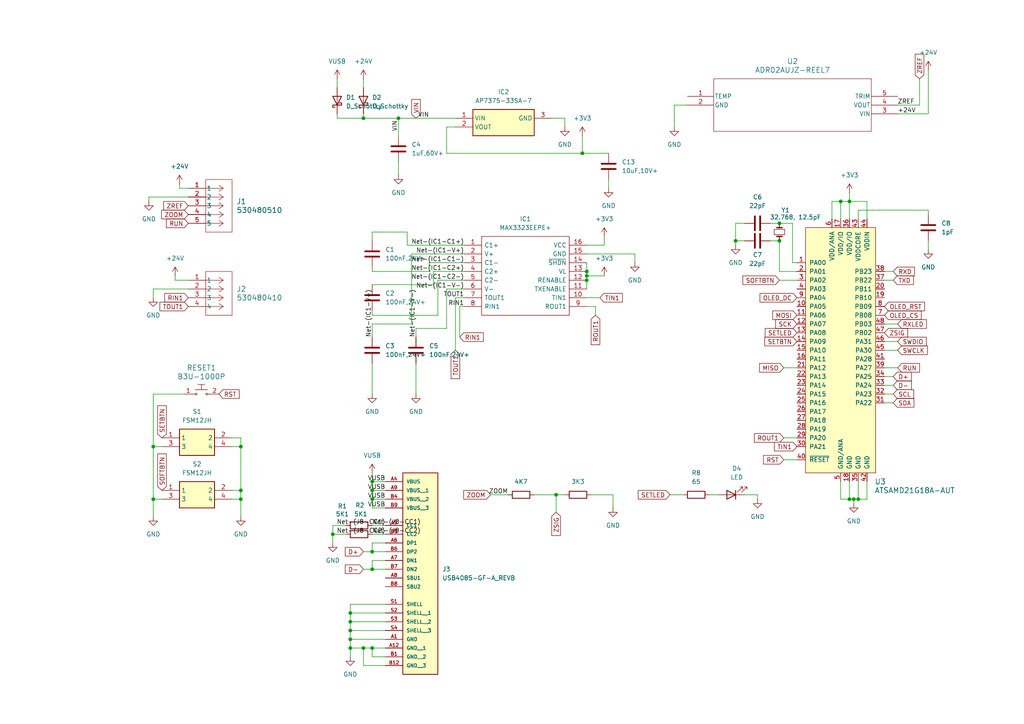
<source format=kicad_sch>
(kicad_sch (version 20231120) (generator "eeschema") (generator_version "8.0")
  (paper "A4")
  (lib_symbols
    (symbol "530480410:530480410" (pin_names (offset 0.254))
      (property "Reference" "J" (at 8.89 6.35 0))
      (property "Value" "530480410" (at 0 0 0))
      (symbol "530480410_1_1"
        (pin unspecified line (at 0 0 0) (length 5.08) (name "1") (number "1"))
        (pin unspecified line (at 0 -2.54 0) (length 5.08) (name "2") (number "2"))
        (pin unspecified line (at 0 -5.08 0) (length 5.08) (name "3") (number "3"))
        (pin unspecified line (at 0 -7.62 0) (length 5.08) (name "4") (number "4"))
      )
      (symbol "530480410_1_2"
        (pin unspecified line (at 0 0 0) (length 5.08) (name "1") (number "1"))
        (pin unspecified line (at 0 -2.54 0) (length 5.08) (name "2") (number "2"))
        (pin unspecified line (at 0 -5.08 0) (length 5.08) (name "3") (number "3"))
        (pin unspecified line (at 0 -7.62 0) (length 5.08) (name "4") (number "4"))
      )
    )
    (symbol "530480510:530480510" (pin_names (offset 0.254))
      (property "Reference" "J" (at 8.89 6.35 0))
      (property "Value" "530480510" (at 0 0 0))
      (symbol "530480510_1_1"
        (pin unspecified line (at 0 0 0) (length 5.08) (name "1") (number "1"))
        (pin unspecified line (at 0 -2.54 0) (length 5.08) (name "2") (number "2"))
        (pin unspecified line (at 0 -5.08 0) (length 5.08) (name "3") (number "3"))
        (pin unspecified line (at 0 -7.62 0) (length 5.08) (name "4") (number "4"))
        (pin unspecified line (at 0 -10.16 0) (length 5.08) (name "5") (number "5"))
      )
      (symbol "530480510_1_2"
        (pin unspecified line (at 0 0 0) (length 5.08) (name "1") (number "1"))
        (pin unspecified line (at 0 -2.54 0) (length 5.08) (name "2") (number "2"))
        (pin unspecified line (at 0 -5.08 0) (length 5.08) (name "3") (number "3"))
        (pin unspecified line (at 0 -7.62 0) (length 5.08) (name "4") (number "4"))
        (pin unspecified line (at 0 -10.16 0) (length 5.08) (name "5") (number "5"))
      )
    )
    (symbol "ADR02AUJZ_REEL7:ADR02AUJZ-REEL7" (pin_names (offset 0.254))
      (property "Reference" "U" (at 30.48 10.16 0))
      (property "Value" "ADR02AUJZ-REEL7" (at 30.48 7.62 0))
      (symbol "ADR02AUJZ-REEL7_0_1"
        (pin unspecified line (at 0 0 0) (length 7.62) (name "TEMP") (number "1"))
        (pin unspecified line (at 0 -2.54 0) (length 7.62) (name "GND") (number "2"))
        (pin unspecified line (at 60.96 -5.08 180) (length 7.62) (name "VIN") (number "3"))
        (pin unspecified line (at 60.96 -2.54 180) (length 7.62) (name "VOUT") (number "4"))
        (pin unspecified line (at 60.96 0 180) (length 7.62) (name "TRIM") (number "5"))
      )
    )
    (symbol "AP7375-33SA-7:AP7375-33SA-7"
      (property "Reference" "IC" (at 24.13 7.62 0))
      (property "Value" "AP7375-33SA-7" (at 24.13 5.08 0))
      (symbol "AP7375-33SA-7_1_1"
        (pin passive line (at 0 0 0) (length 5.08) (name "VIN") (number "1"))
        (pin passive line (at 0 -2.54 0) (length 5.08) (name "VOUT") (number "2"))
        (pin passive line (at 27.94 0 180) (length 5.08) (name "GND") (number "3"))
      )
    )
    (symbol "Device:C" (pin_numbers hide) (pin_names (offset 0.254))
      (property "Reference" "C" (at 0.635 2.54 0))
      (property "Value" "C" (at 0.635 -2.54 0))
      (symbol "C_1_1"
        (pin passive line (at 0 3.81 270) (length 2.794) (name "~") (number "1"))
        (pin passive line (at 0 -3.81 90) (length 2.794) (name "~") (number "2"))
      )
    )
    (symbol "Device:Crystal_Small" (pin_numbers hide) (pin_names (offset 1.016) hide)
      (property "Reference" "Y" (at 0 2.54 0))
      (property "Value" "Crystal_Small" (at 0 -2.54 0))
      (symbol "Crystal_Small_1_1"
        (pin passive line (at -2.54 0 0) (length 1.27) (name "1") (number "1"))
        (pin passive line (at 2.54 0 180) (length 1.27) (name "2") (number "2"))
      )
    )
    (symbol "Device:D_Schottky" (pin_numbers hide) (pin_names (offset 1.016) hide)
      (property "Reference" "D" (at 0 2.54 0))
      (property "Value" "D_Schottky" (at 0 -2.54 0))
      (symbol "D_Schottky_1_1"
        (pin passive line (at -3.81 0 0) (length 2.54) (name "K") (number "1"))
        (pin passive line (at 3.81 0 180) (length 2.54) (name "A") (number "2"))
      )
    )
    (symbol "Device:LED" (pin_numbers hide) (pin_names (offset 1.016) hide)
      (property "Reference" "D" (at 0 2.54 0))
      (property "Value" "LED" (at 0 -2.54 0))
      (symbol "LED_1_1"
        (pin passive line (at -3.81 0 0) (length 2.54) (name "K") (number "1"))
        (pin passive line (at 3.81 0 180) (length 2.54) (name "A") (number "2"))
      )
    )
    (symbol "Device:R" (pin_numbers hide) (pin_names (offset 0))
      (property "Reference" "R" (at 2.032 0 90))
      (property "Value" "R" (at 0 0 90))
      (symbol "R_1_1"
        (pin passive line (at 0 3.81 270) (length 1.27) (name "~") (number "1"))
        (pin passive line (at 0 -3.81 90) (length 1.27) (name "~") (number "2"))
      )
    )
    (symbol "FSM10JH:FSM10JH"
      (property "Reference" "S" (at 16.51 7.62 0))
      (property "Value" "FSM10JH" (at 16.51 5.08 0))
      (symbol "FSM10JH_1_1"
        (pin passive line (at 0 0 0) (length 5.08) (name "1") (number "1"))
        (pin passive line (at 20.32 0 180) (length 5.08) (name "2") (number "2"))
        (pin passive line (at 0 -2.54 0) (length 5.08) (name "3") (number "3"))
        (pin passive line (at 20.32 -2.54 180) (length 5.08) (name "4") (number "4"))
      )
    )
    (symbol "MAX3323EEPE+:MAX3323EEPE+" (pin_names (offset 0.762))
      (property "Reference" "IC" (at 31.75 7.62 0))
      (property "Value" "MAX3323EEPE+" (at 31.75 5.08 0))
      (symbol "MAX3323EEPE+_0_0"
        (pin passive line (at 0 0 0) (length 5.08) (name "C1+") (number "1"))
        (pin passive line (at 35.56 -15.24 180) (length 5.08) (name "TIN1") (number "10"))
        (pin passive line (at 35.56 -12.7 180) (length 5.08) (name "TXENABLE") (number "11"))
        (pin passive line (at 35.56 -10.16 180) (length 5.08) (name "RENABLE") (number "12"))
        (pin passive line (at 35.56 -7.62 180) (length 5.08) (name "VL") (number "13"))
        (pin passive line (at 35.56 -5.08 180) (length 5.08) (name "~{SHDN}") (number "14"))
        (pin passive line (at 35.56 -2.54 180) (length 5.08) (name "GND") (number "15"))
        (pin passive line (at 35.56 0 180) (length 5.08) (name "VCC") (number "16"))
        (pin passive line (at 0 -2.54 0) (length 5.08) (name "V+") (number "2"))
        (pin passive line (at 0 -5.08 0) (length 5.08) (name "C1-") (number "3"))
        (pin passive line (at 0 -7.62 0) (length 5.08) (name "C2+") (number "4"))
        (pin passive line (at 0 -10.16 0) (length 5.08) (name "C2-") (number "5"))
        (pin passive line (at 0 -12.7 0) (length 5.08) (name "V-") (number "6"))
        (pin passive line (at 0 -15.24 0) (length 5.08) (name "TOUT1") (number "7"))
        (pin passive line (at 0 -17.78 0) (length 5.08) (name "RIN1") (number "8"))
        (pin passive line (at 35.56 -17.78 180) (length 5.08) (name "ROUT1") (number "9"))
      )
    )
    (symbol "USB4085-GF-A_REVB:USB4085-GF-A_REVB" (pin_names (offset 1.016))
      (property "Reference" "J" (at -5.08 18.288 0))
      (property "Value" "USB4085-GF-A_REVB" (at -5.08 -43.18 0))
      (symbol "USB4085-GF-A_REVB_0_0"
        (pin power_in line (at -10.16 -30.48 0) (length 5.08) (name "GND") (number "A1"))
        (pin power_in line (at -10.16 -33.02 0) (length 5.08) (name "GND__1") (number "A12"))
        (pin power_in line (at -10.16 15.24 0) (length 5.08) (name "VBUS") (number "A4"))
        (pin bidirectional line (at -10.16 2.54 0) (length 5.08) (name "CC1") (number "A5"))
        (pin bidirectional line (at -10.16 -2.54 0) (length 5.08) (name "DP1") (number "A6"))
        (pin bidirectional line (at -10.16 -7.62 0) (length 5.08) (name "DN1") (number "A7"))
        (pin bidirectional line (at -10.16 -12.7 0) (length 5.08) (name "SBU1") (number "A8"))
        (pin power_in line (at -10.16 12.7 0) (length 5.08) (name "VBUS__1") (number "A9"))
        (pin power_in line (at -10.16 -35.56 0) (length 5.08) (name "GND__2") (number "B1"))
        (pin power_in line (at -10.16 -38.1 0) (length 5.08) (name "GND__3") (number "B12"))
        (pin power_in line (at -10.16 10.16 0) (length 5.08) (name "VBUS__2") (number "B4"))
        (pin bidirectional line (at -10.16 0 0) (length 5.08) (name "CC2") (number "B5"))
        (pin bidirectional line (at -10.16 -5.08 0) (length 5.08) (name "DP2") (number "B6"))
        (pin bidirectional line (at -10.16 -10.16 0) (length 5.08) (name "DN2") (number "B7"))
        (pin bidirectional line (at -10.16 -15.24 0) (length 5.08) (name "SBU2") (number "B8"))
        (pin power_in line (at -10.16 7.62 0) (length 5.08) (name "VBUS__3") (number "B9"))
        (pin passive line (at -10.16 -20.32 0) (length 5.08) (name "SHELL") (number "S1"))
        (pin passive line (at -10.16 -22.86 0) (length 5.08) (name "SHELL__1") (number "S2"))
        (pin passive line (at -10.16 -25.4 0) (length 5.08) (name "SHELL__2") (number "S3"))
        (pin passive line (at -10.16 -27.94 0) (length 5.08) (name "SHELL__3") (number "S4"))
      )
    )
    (symbol "dk_Embedded-Microcontrollers:ATSAMD21G18A-AUT" (pin_names (offset 1.016))
      (property "Reference" "U" (at -10.16 39.37 0))
      (property "Value" "ATSAMD21G18A-AUT" (at 0 0 90))
      (symbol "ATSAMD21G18A-AUT_1_1"
        (pin bidirectional line (at -12.7 27.94 0) (length 2.54) (name "PA00") (number "1"))
        (pin bidirectional line (at -12.7 15.24 0) (length 2.54) (name "PA05") (number "10"))
        (pin bidirectional line (at -12.7 12.7 0) (length 2.54) (name "PA06") (number "11"))
        (pin bidirectional line (at -12.7 10.16 0) (length 2.54) (name "PA07") (number "12"))
        (pin bidirectional line (at -12.7 7.62 0) (length 2.54) (name "PA08") (number "13"))
        (pin bidirectional line (at -12.7 5.08 0) (length 2.54) (name "PA09") (number "14"))
        (pin bidirectional line (at -12.7 2.54 0) (length 2.54) (name "PA10") (number "15"))
        (pin bidirectional line (at -12.7 0 0) (length 2.54) (name "PA11") (number "16"))
        (pin power_in line (at 0 40.64 270) (length 2.54) (name "VDD/IO") (number "17"))
        (pin power_in line (at 2.54 -35.56 90) (length 2.54) (name "GND") (number "18"))
        (pin bidirectional line (at 12.7 17.78 180) (length 2.54) (name "PB10") (number "19"))
        (pin bidirectional line (at -12.7 25.4 0) (length 2.54) (name "PA01") (number "2"))
        (pin bidirectional line (at 12.7 20.32 180) (length 2.54) (name "PB11") (number "20"))
        (pin bidirectional line (at -12.7 -2.54 0) (length 2.54) (name "PA12") (number "21"))
        (pin bidirectional line (at -12.7 -5.08 0) (length 2.54) (name "PA13") (number "22"))
        (pin bidirectional line (at -12.7 -7.62 0) (length 2.54) (name "PA14") (number "23"))
        (pin bidirectional line (at -12.7 -10.16 0) (length 2.54) (name "PA15") (number "24"))
        (pin bidirectional line (at -12.7 -12.7 0) (length 2.54) (name "PA16") (number "25"))
        (pin bidirectional line (at -12.7 -15.24 0) (length 2.54) (name "PA17") (number "26"))
        (pin bidirectional line (at -12.7 -17.78 0) (length 2.54) (name "PA18") (number "27"))
        (pin bidirectional line (at -12.7 -20.32 0) (length 2.54) (name "PA19") (number "28"))
        (pin bidirectional line (at -12.7 -22.86 0) (length 2.54) (name "PA20") (number "29"))
        (pin bidirectional line (at -12.7 22.86 0) (length 2.54) (name "PA02") (number "3"))
        (pin bidirectional line (at -12.7 -25.4 0) (length 2.54) (name "PA21") (number "30"))
        (pin bidirectional line (at 12.7 -12.7 180) (length 2.54) (name "PA22") (number "31"))
        (pin bidirectional line (at 12.7 -10.16 180) (length 2.54) (name "PA23") (number "32"))
        (pin bidirectional line (at 12.7 -7.62 180) (length 2.54) (name "PA24") (number "33"))
        (pin bidirectional line (at 12.7 -5.08 180) (length 2.54) (name "PA25") (number "34"))
        (pin power_in line (at 5.08 -35.56 90) (length 2.54) (name "GND") (number "35"))
        (pin power_in line (at 2.54 40.64 270) (length 2.54) (name "VDD/IO") (number "36"))
        (pin bidirectional line (at 12.7 22.86 180) (length 2.54) (name "PB22") (number "37"))
        (pin bidirectional line (at 12.7 25.4 180) (length 2.54) (name "PB23") (number "38"))
        (pin bidirectional line (at 12.7 -2.54 180) (length 2.54) (name "PA27") (number "39"))
        (pin bidirectional line (at -12.7 20.32 0) (length 2.54) (name "PA03") (number "4"))
        (pin input line (at -12.7 -29.21 0) (length 2.54) (name "~{RESET}") (number "40"))
        (pin bidirectional line (at 12.7 0 180) (length 2.54) (name "PA28") (number "41"))
        (pin power_in line (at 7.62 -35.56 90) (length 2.54) (name "GND") (number "42"))
        (pin power_in line (at 5.08 40.64 270) (length 2.54) (name "VDDCORE") (number "43"))
        (pin power_in line (at 7.62 40.64 270) (length 2.54) (name "VDDIN") (number "44"))
        (pin bidirectional line (at 12.7 2.54 180) (length 2.54) (name "PA30") (number "45"))
        (pin bidirectional line (at 12.7 5.08 180) (length 2.54) (name "PA31") (number "46"))
        (pin bidirectional line (at 12.7 7.62 180) (length 2.54) (name "PB02") (number "47"))
        (pin bidirectional line (at 12.7 10.16 180) (length 2.54) (name "PB03") (number "48"))
        (pin power_in line (at 0 -35.56 90) (length 2.54) (name "GND/ANA") (number "5"))
        (pin power_in line (at -2.54 40.64 270) (length 2.54) (name "VDD/ANA") (number "6"))
        (pin bidirectional line (at 12.7 12.7 180) (length 2.54) (name "PB08") (number "7"))
        (pin bidirectional line (at 12.7 15.24 180) (length 2.54) (name "PB09") (number "8"))
        (pin bidirectional line (at -12.7 17.78 0) (length 2.54) (name "PA04") (number "9"))
      )
    )
    (symbol "dk_Tactile-Switches:B3U-1000P" (pin_names (offset 1.016))
      (property "Reference" "S" (at 0 4.064 0))
      (property "Value" "B3U-1000P" (at 0 -2.54 0))
      (symbol "B3U-1000P_1_1"
        (pin passive line (at -5.08 0 0) (length 2.54) (name "~") (number "1"))
        (pin passive line (at 5.08 0 180) (length 2.54) (name "~") (number "2"))
      )
    )
    (symbol "power:+24V" (power) (pin_numbers hide) (pin_names (offset 0) hide)
      (property "Value" "+24V" (at 0 3.556 0))
      (symbol "+24V_1_1"
        (pin power_in line (at 0 0 90) (length 0) (name "~") (number "1"))
      )
    )
    (symbol "power:+3V3" (power) (pin_numbers hide) (pin_names (offset 0) hide)
      (property "Value" "+3V3" (at 0 3.556 0))
      (symbol "+3V3_1_1"
        (pin power_in line (at 0 0 90) (length 0) (name "~") (number "1"))
      )
    )
    (symbol "power:GND" (power) (pin_numbers hide) (pin_names (offset 0) hide)
      (property "Value" "GND" (at 0 -3.81 0))
      (symbol "GND_1_1"
        (pin power_in line (at 0 0 270) (length 0) (name "~") (number "1"))
      )
    )
  )
  (junction (at 246.38 144.78))
  (junction (at 96.52 154.94))
  (junction (at 213.36 69.85))
  (junction (at 44.45 144.78))
  (junction (at 69.85 142.24))
  (junction (at 115.57 34.29))
  (junction (at 226.06 69.85))
  (junction (at 161.29 143.51))
  (junction (at 226.06 64.77))
  (junction (at 107.95 160.02))
  (junction (at 101.6 187.96))
  (junction (at 107.95 144.78))
  (junction (at 101.6 177.8))
  (junction (at 107.95 142.24))
  (junction (at 107.95 165.1))
  (junction (at 44.45 129.54))
  (junction (at 248.92 144.78))
  (junction (at 105.41 34.29))
  (junction (at 246.38 58.42))
  (junction (at 247.65 144.78))
  (junction (at 101.6 180.34))
  (junction (at 107.95 139.7))
  (junction (at 170.18 80.01))
  (junction (at 243.84 58.42))
  (junction (at 69.85 144.78))
  (junction (at 170.18 81.28))
  (junction (at 168.91 44.45))
  (junction (at 170.18 78.74))
  (junction (at 107.95 187.96))
  (junction (at 101.6 185.42))
  (junction (at 69.85 129.54))
  (junction (at 101.6 182.88))
  (junction (at 105.41 187.96))
  (wire (pts (xy 129.54 83.82) (xy 134.62 83.82)))
  (wire (pts (xy 132.08 86.36) (xy 132.08 101.6)))
  (wire (pts (xy 251.46 139.7) (xy 251.46 144.78)))
  (wire (pts (xy 170.18 76.2) (xy 170.18 78.74)))
  (wire (pts (xy 46.99 144.78) (xy 44.45 144.78)))
  (wire (pts (xy 107.95 90.17) (xy 107.95 91.44)))
  (wire (pts (xy 107.95 142.24) (xy 111.76 142.24)))
  (wire (pts (xy 256.54 106.68) (xy 260.35 106.68)))
  (wire (pts (xy 67.31 144.78) (xy 69.85 144.78)))
  (wire (pts (xy 219.71 143.51) (xy 219.71 144.78)))
  (wire (pts (xy 44.45 129.54) (xy 44.45 144.78)))
  (wire (pts (xy 44.45 86.36) (xy 44.45 83.82)))
  (wire (pts (xy 241.3 58.42) (xy 243.84 58.42)))
  (wire (pts (xy 101.6 177.8) (xy 101.6 180.34)))
  (wire (pts (xy 246.38 58.42) (xy 251.46 58.42)))
  (wire (pts (xy 107.95 165.1) (xy 111.76 165.1)))
  (wire (pts (xy 227.33 133.35) (xy 231.14 133.35)))
  (wire (pts (xy 251.46 63.5) (xy 251.46 58.42)))
  (wire (pts (xy 101.6 187.96) (xy 105.41 187.96)))
  (wire (pts (xy 142.24 143.51) (xy 147.32 143.51)))
  (wire (pts (xy 107.95 190.5) (xy 107.95 187.96)))
  (wire (pts (xy 184.15 73.66) (xy 184.15 76.2)))
  (wire (pts (xy 115.57 39.37) (xy 115.57 34.29)))
  (wire (pts (xy 105.41 33.02) (xy 105.41 34.29)))
  (wire (pts (xy 111.76 190.5) (xy 107.95 190.5)))
  (wire (pts (xy 107.95 93.98) (xy 107.95 97.79)))
  (wire (pts (xy 43.18 58.42) (xy 43.18 57.15)))
  (wire (pts (xy 107.95 147.32) (xy 107.95 144.78)))
  (wire (pts (xy 170.18 81.28) (xy 170.18 83.82)))
  (wire (pts (xy 243.84 63.5) (xy 243.84 58.42)))
  (wire (pts (xy 107.95 147.32) (xy 111.76 147.32)))
  (wire (pts (xy 50.8 80.01) (xy 50.8 81.28)))
  (wire (pts (xy 127 81.28) (xy 134.62 81.28)))
  (wire (pts (xy 248.92 63.5) (xy 248.92 60.96)))
  (wire (pts (xy 168.91 39.37) (xy 168.91 44.45)))
  (wire (pts (xy 231.14 76.2) (xy 229.87 76.2)))
  (wire (pts (xy 107.95 160.02) (xy 111.76 160.02)))
  (wire (pts (xy 127 91.44) (xy 127 81.28)))
  (wire (pts (xy 100.33 152.4) (xy 96.52 152.4)))
  (wire (pts (xy 115.57 46.99) (xy 115.57 50.8)))
  (wire (pts (xy 170.18 78.74) (xy 170.18 80.01)))
  (wire (pts (xy 105.41 187.96) (xy 105.41 193.04)))
  (wire (pts (xy 120.65 95.25) (xy 129.54 95.25)))
  (wire (pts (xy 107.95 67.31) (xy 107.95 69.85)))
  (wire (pts (xy 160.02 34.29) (xy 163.83 34.29)))
  (wire (pts (xy 54.61 54.61) (xy 52.07 54.61)))
  (wire (pts (xy 111.76 139.7) (xy 107.95 139.7)))
  (wire (pts (xy 256.54 93.98) (xy 260.35 93.98)))
  (wire (pts (xy 269.24 20.32) (xy 269.24 33.02)))
  (wire (pts (xy 134.62 88.9) (xy 133.35 88.9)))
  (wire (pts (xy 43.18 57.15) (xy 54.61 57.15)))
  (wire (pts (xy 226.06 64.77) (xy 229.87 64.77)))
  (wire (pts (xy 170.18 88.9) (xy 172.72 88.9)))
  (wire (pts (xy 226.06 81.28) (xy 231.14 81.28)))
  (wire (pts (xy 215.9 143.51) (xy 219.71 143.51)))
  (wire (pts (xy 97.79 33.02) (xy 97.79 34.29)))
  (wire (pts (xy 163.83 34.29) (xy 163.83 36.83)))
  (wire (pts (xy 107.95 105.41) (xy 107.95 114.3)))
  (wire (pts (xy 172.72 88.9) (xy 172.72 91.44)))
  (wire (pts (xy 223.52 64.77) (xy 226.06 64.77)))
  (wire (pts (xy 124.46 78.74) (xy 124.46 76.2)))
  (wire (pts (xy 120.65 97.79) (xy 120.65 95.25)))
  (wire (pts (xy 243.84 144.78) (xy 246.38 144.78)))
  (wire (pts (xy 256.54 81.28) (xy 259.08 81.28)))
  (wire (pts (xy 205.74 143.51) (xy 208.28 143.51)))
  (wire (pts (xy 111.76 193.04) (xy 105.41 193.04)))
  (wire (pts (xy 46.99 129.54) (xy 44.45 129.54)))
  (wire (pts (xy 133.35 88.9) (xy 133.35 97.79)))
  (wire (pts (xy 247.65 144.78) (xy 247.65 146.05)))
  (wire (pts (xy 170.18 86.36) (xy 173.99 86.36)))
  (wire (pts (xy 170.18 80.01) (xy 175.26 80.01)))
  (wire (pts (xy 213.36 64.77) (xy 215.9 64.77)))
  (wire (pts (xy 241.3 63.5) (xy 241.3 58.42)))
  (wire (pts (xy 256.54 101.6) (xy 260.35 101.6)))
  (wire (pts (xy 44.45 114.3) (xy 44.45 129.54)))
  (wire (pts (xy 44.45 144.78) (xy 44.45 149.86)))
  (wire (pts (xy 107.95 139.7) (xy 107.95 142.24)))
  (wire (pts (xy 107.95 157.48) (xy 107.95 160.02)))
  (wire (pts (xy 107.95 91.44) (xy 127 91.44)))
  (wire (pts (xy 229.87 76.2) (xy 229.87 64.77)))
  (wire (pts (xy 107.95 82.55) (xy 125.73 82.55)))
  (wire (pts (xy 111.76 162.56) (xy 107.95 162.56)))
  (wire (pts (xy 96.52 157.48) (xy 96.52 154.94)))
  (wire (pts (xy 256.54 99.06) (xy 260.35 99.06)))
  (wire (pts (xy 101.6 175.26) (xy 101.6 177.8)))
  (wire (pts (xy 97.79 22.86) (xy 97.79 25.4)))
  (wire (pts (xy 101.6 177.8) (xy 111.76 177.8)))
  (wire (pts (xy 69.85 144.78) (xy 69.85 149.86)))
  (wire (pts (xy 168.91 44.45) (xy 176.53 44.45)))
  (wire (pts (xy 177.8 143.51) (xy 177.8 147.32)))
  (wire (pts (xy 111.76 157.48) (xy 107.95 157.48)))
  (wire (pts (xy 248.92 60.96) (xy 269.24 60.96)))
  (wire (pts (xy 260.35 30.48) (xy 266.7 30.48)))
  (wire (pts (xy 260.35 33.02) (xy 269.24 33.02)))
  (wire (pts (xy 101.6 180.34) (xy 111.76 180.34)))
  (wire (pts (xy 129.54 44.45) (xy 168.91 44.45)))
  (wire (pts (xy 226.06 68.58) (xy 226.06 69.85)))
  (wire (pts (xy 246.38 139.7) (xy 246.38 144.78)))
  (wire (pts (xy 118.11 67.31) (xy 107.95 67.31)))
  (wire (pts (xy 256.54 111.76) (xy 259.08 111.76)))
  (wire (pts (xy 227.33 127) (xy 231.14 127)))
  (wire (pts (xy 107.95 77.47) (xy 107.95 78.74)))
  (wire (pts (xy 161.29 143.51) (xy 161.29 148.59)))
  (wire (pts (xy 107.95 187.96) (xy 111.76 187.96)))
  (wire (pts (xy 54.61 81.28) (xy 50.8 81.28)))
  (wire (pts (xy 256.54 114.3) (xy 259.08 114.3)))
  (wire (pts (xy 170.18 73.66) (xy 184.15 73.66)))
  (wire (pts (xy 266.7 22.86) (xy 266.7 30.48)))
  (wire (pts (xy 176.53 52.07) (xy 176.53 54.61)))
  (wire (pts (xy 134.62 71.12) (xy 118.11 71.12)))
  (wire (pts (xy 44.45 114.3) (xy 53.34 114.3)))
  (wire (pts (xy 107.95 142.24) (xy 107.95 144.78)))
  (wire (pts (xy 105.41 160.02) (xy 107.95 160.02)))
  (wire (pts (xy 107.95 154.94) (xy 111.76 154.94)))
  (wire (pts (xy 227.33 106.68) (xy 231.14 106.68)))
  (wire (pts (xy 120.65 105.41) (xy 120.65 114.3)))
  (wire (pts (xy 105.41 187.96) (xy 107.95 187.96)))
  (wire (pts (xy 69.85 142.24) (xy 69.85 144.78)))
  (wire (pts (xy 44.45 83.82) (xy 54.61 83.82)))
  (wire (pts (xy 161.29 143.51) (xy 163.83 143.51)))
  (wire (pts (xy 269.24 60.96) (xy 269.24 62.23)))
  (wire (pts (xy 107.95 162.56) (xy 107.95 165.1)))
  (wire (pts (xy 101.6 187.96) (xy 101.6 190.5)))
  (wire (pts (xy 247.65 144.78) (xy 248.92 144.78)))
  (wire (pts (xy 194.31 143.51) (xy 198.12 143.51)))
  (wire (pts (xy 67.31 129.54) (xy 69.85 129.54)))
  (wire (pts (xy 101.6 180.34) (xy 101.6 182.88)))
  (wire (pts (xy 213.36 64.77) (xy 213.36 69.85)))
  (wire (pts (xy 107.95 152.4) (xy 111.76 152.4)))
  (wire (pts (xy 175.26 68.58) (xy 175.26 71.12)))
  (wire (pts (xy 105.41 22.86) (xy 105.41 25.4)))
  (wire (pts (xy 96.52 154.94) (xy 100.33 154.94)))
  (wire (pts (xy 101.6 182.88) (xy 101.6 185.42)))
  (wire (pts (xy 107.95 93.98) (xy 119.38 93.98)))
  (wire (pts (xy 67.31 142.24) (xy 69.85 142.24)))
  (wire (pts (xy 105.41 165.1) (xy 107.95 165.1)))
  (wire (pts (xy 119.38 73.66) (xy 134.62 73.66)))
  (wire (pts (xy 195.58 30.48) (xy 195.58 36.83)))
  (wire (pts (xy 223.52 69.85) (xy 226.06 69.85)))
  (wire (pts (xy 105.41 34.29) (xy 115.57 34.29)))
  (wire (pts (xy 107.95 78.74) (xy 124.46 78.74)))
  (wire (pts (xy 69.85 129.54) (xy 69.85 142.24)))
  (wire (pts (xy 226.06 69.85) (xy 226.06 78.74)))
  (wire (pts (xy 107.95 137.16) (xy 107.95 139.7)))
  (wire (pts (xy 132.08 36.83) (xy 129.54 36.83)))
  (wire (pts (xy 213.36 69.85) (xy 213.36 71.12)))
  (wire (pts (xy 101.6 182.88) (xy 111.76 182.88)))
  (wire (pts (xy 111.76 144.78) (xy 107.95 144.78)))
  (wire (pts (xy 248.92 144.78) (xy 251.46 144.78)))
  (wire (pts (xy 97.79 34.29) (xy 105.41 34.29)))
  (wire (pts (xy 119.38 93.98) (xy 119.38 73.66)))
  (wire (pts (xy 269.24 69.85) (xy 269.24 72.39)))
  (wire (pts (xy 154.94 143.51) (xy 161.29 143.51)))
  (wire (pts (xy 125.73 82.55) (xy 125.73 78.74)))
  (wire (pts (xy 118.11 71.12) (xy 118.11 67.31)))
  (wire (pts (xy 246.38 144.78) (xy 247.65 144.78)))
  (wire (pts (xy 129.54 36.83) (xy 129.54 44.45)))
  (wire (pts (xy 124.46 76.2) (xy 134.62 76.2)))
  (wire (pts (xy 170.18 71.12) (xy 175.26 71.12)))
  (wire (pts (xy 256.54 116.84) (xy 259.08 116.84)))
  (wire (pts (xy 101.6 175.26) (xy 111.76 175.26)))
  (wire (pts (xy 67.31 127) (xy 69.85 127)))
  (wire (pts (xy 170.18 80.01) (xy 170.18 81.28)))
  (wire (pts (xy 134.62 86.36) (xy 132.08 86.36)))
  (wire (pts (xy 52.07 53.34) (xy 52.07 54.61)))
  (wire (pts (xy 199.39 30.48) (xy 195.58 30.48)))
  (wire (pts (xy 115.57 34.29) (xy 132.08 34.29)))
  (wire (pts (xy 69.85 127) (xy 69.85 129.54)))
  (wire (pts (xy 256.54 109.22) (xy 259.08 109.22)))
  (wire (pts (xy 256.54 78.74) (xy 259.08 78.74)))
  (wire (pts (xy 101.6 185.42) (xy 101.6 187.96)))
  (wire (pts (xy 96.52 152.4) (xy 96.52 154.94)))
  (wire (pts (xy 248.92 139.7) (xy 248.92 144.78)))
  (wire (pts (xy 171.45 143.51) (xy 177.8 143.51)))
  (wire (pts (xy 125.73 78.74) (xy 134.62 78.74)))
  (wire (pts (xy 226.06 78.74) (xy 231.14 78.74)))
  (wire (pts (xy 129.54 95.25) (xy 129.54 83.82)))
  (wire (pts (xy 243.84 139.7) (xy 243.84 144.78)))
  (wire (pts (xy 213.36 69.85) (xy 215.9 69.85)))
  (wire (pts (xy 101.6 185.42) (xy 111.76 185.42)))
  (wire (pts (xy 246.38 58.42) (xy 246.38 63.5)))
  (wire (pts (xy 243.84 58.42) (xy 246.38 58.42)))
  (wire (pts (xy 246.38 55.88) (xy 246.38 58.42)))
  (label "VUSB" (at 111.76 139.7 180))
  (label "RIN1" (at 134.62 88.9 180))
  (label "+24V" (at 260.35 33.02 0))
  (label "Net-(J8-CC2)" (at 111.76 154.94 180))
  (label "VIN" (at 124.46 34.29 180))
  (label "VUSB" (at 111.76 144.78 180))
  (label "ZOOM" (at 147.32 143.51 180))
  (label "VIN" (at 115.57 38.1 90))
  (label "Net-(IC1-C1-)" (at 134.62 76.2 180))
  (label "Net-(IC1-C1+)" (at 134.62 71.12 180))
  (label "Net-(IC1-V+)" (at 107.95 97.79 90))
  (label "Net-(IC1-V+)" (at 134.62 73.66 180))
  (label "Net-(J8-CC2)" (at 107.95 154.94 0))
  (label "Net-(J8-CC1)" (at 107.95 152.4 0))
  (label "Net-(IC1-C2-)" (at 134.62 81.28 180))
  (label "Net-(J8-CC1)" (at 111.76 152.4 180))
  (label "VUSB" (at 111.76 142.24 180))
  (label "Net-(IC1-V-)" (at 120.65 97.79 90))
  (label "Net-(IC1-C2+)" (at 134.62 78.74 180))
  (label "Net-(IC1-V-)" (at 134.62 83.82 180))
  (label "ZREF" (at 260.35 30.48 0))
  (label "TOUT1" (at 134.62 86.36 180))
  (label "VUSB" (at 111.76 147.32 180))
  (global_label "SWDIO" (shape input) (at 260.35 99.06 0) (property "Intersheetrefs" "${INTERSHEET_REFS}" (effects (hide yes))))
  (global_label "RXLED" (shape input) (at 260.35 93.98 0) (property "Intersheetrefs" "${INTERSHEET_REFS}" (effects (hide yes))))
  (global_label "MOSI" (shape input) (at 231.14 91.44 180) (property "Intersheetrefs" "${INTERSHEET_REFS}" (effects (hide yes))))
  (global_label "ZREF" (shape input) (at 266.7 22.86 90) (property "Intersheetrefs" "${INTERSHEET_REFS}" (effects (hide yes))))
  (global_label "TXD" (shape input) (at 259.08 81.28 0) (property "Intersheetrefs" "${INTERSHEET_REFS}" (effects (hide yes))))
  (global_label "SETLED" (shape input) (at 194.31 143.51 180) (property "Intersheetrefs" "${INTERSHEET_REFS}" (effects (hide yes))))
  (global_label "TOUT1" (shape input) (at 132.08 101.6 270) (property "Intersheetrefs" "${INTERSHEET_REFS}" (effects (hide yes))))
  (global_label "D+" (shape input) (at 105.41 160.02 180) (property "Intersheetrefs" "${INTERSHEET_REFS}" (effects (hide yes))))
  (global_label "SETLED" (shape input) (at 231.14 96.52 180) (property "Intersheetrefs" "${INTERSHEET_REFS}" (effects (hide yes))))
  (global_label "OLED_RST" (shape input) (at 256.54 88.9 0) (property "Intersheetrefs" "${INTERSHEET_REFS}" (effects (hide yes))))
  (global_label "RST" (shape input) (at 227.33 133.35 180) (property "Intersheetrefs" "${INTERSHEET_REFS}" (effects (hide yes))))
  (global_label "SCK" (shape input) (at 231.14 93.98 180) (property "Intersheetrefs" "${INTERSHEET_REFS}" (effects (hide yes))))
  (global_label "MISO" (shape input) (at 227.33 106.68 180) (property "Intersheetrefs" "${INTERSHEET_REFS}" (effects (hide yes))))
  (global_label "SOFTBTN" (shape input) (at 226.06 81.28 180) (property "Intersheetrefs" "${INTERSHEET_REFS}" (effects (hide yes))))
  (global_label "RIN1" (shape input) (at 54.61 86.36 180) (property "Intersheetrefs" "${INTERSHEET_REFS}" (effects (hide yes))))
  (global_label "TIN1" (shape input) (at 173.99 86.36 0) (property "Intersheetrefs" "${INTERSHEET_REFS}" (effects (hide yes))))
  (global_label "SWCLK" (shape input) (at 260.35 101.6 0) (property "Intersheetrefs" "${INTERSHEET_REFS}" (effects (hide yes))))
  (global_label "TOUT1" (shape input) (at 54.61 88.9 180) (property "Intersheetrefs" "${INTERSHEET_REFS}" (effects (hide yes))))
  (global_label "SETBTN" (shape input) (at 231.14 99.06 180) (property "Intersheetrefs" "${INTERSHEET_REFS}" (effects (hide yes))))
  (global_label "ROUT1" (shape input) (at 227.33 127 180) (property "Intersheetrefs" "${INTERSHEET_REFS}" (effects (hide yes))))
  (global_label "SDA" (shape input) (at 259.08 116.84 0) (property "Intersheetrefs" "${INTERSHEET_REFS}" (effects (hide yes))))
  (global_label "SOFTBTN" (shape input) (at 46.99 142.24 90) (property "Intersheetrefs" "${INTERSHEET_REFS}" (effects (hide yes))))
  (global_label "SETBTN" (shape input) (at 46.99 127 90) (property "Intersheetrefs" "${INTERSHEET_REFS}" (effects (hide yes))))
  (global_label "ROUT1" (shape input) (at 172.72 91.44 270) (property "Intersheetrefs" "${INTERSHEET_REFS}" (effects (hide yes))))
  (global_label "VIN" (shape input) (at 120.65 34.29 90) (property "Intersheetrefs" "${INTERSHEET_REFS}" (effects (hide yes))))
  (global_label "ZSIG" (shape input) (at 256.54 96.52 0) (property "Intersheetrefs" "${INTERSHEET_REFS}" (effects (hide yes))))
  (global_label "ZOOM" (shape input) (at 142.24 143.51 180) (property "Intersheetrefs" "${INTERSHEET_REFS}" (effects (hide yes))))
  (global_label "RIN1" (shape input) (at 133.35 97.79 0) (property "Intersheetrefs" "${INTERSHEET_REFS}" (effects (hide yes))))
  (global_label "RUN" (shape input) (at 260.35 106.68 0) (property "Intersheetrefs" "${INTERSHEET_REFS}" (effects (hide yes))))
  (global_label "TIN1" (shape input) (at 231.14 129.54 180) (property "Intersheetrefs" "${INTERSHEET_REFS}" (effects (hide yes))))
  (global_label "SCL" (shape input) (at 259.08 114.3 0) (property "Intersheetrefs" "${INTERSHEET_REFS}" (effects (hide yes))))
  (global_label "ZREF" (shape input) (at 54.61 59.69 180) (property "Intersheetrefs" "${INTERSHEET_REFS}" (effects (hide yes))))
  (global_label "RUN" (shape input) (at 54.61 64.77 180) (property "Intersheetrefs" "${INTERSHEET_REFS}" (effects (hide yes))))
  (global_label "ZSIG" (shape input) (at 161.29 148.59 270) (property "Intersheetrefs" "${INTERSHEET_REFS}" (effects (hide yes))))
  (global_label "D+" (shape input) (at 259.08 109.22 0) (property "Intersheetrefs" "${INTERSHEET_REFS}" (effects (hide yes))))
  (global_label "ZOOM" (shape input) (at 54.61 62.23 180) (property "Intersheetrefs" "${INTERSHEET_REFS}" (effects (hide yes))))
  (global_label "D-" (shape input) (at 105.41 165.1 180) (property "Intersheetrefs" "${INTERSHEET_REFS}" (effects (hide yes))))
  (global_label "OLED_DC" (shape input) (at 231.14 86.36 180) (property "Intersheetrefs" "${INTERSHEET_REFS}" (effects (hide yes))))
  (global_label "OLED_CS" (shape input) (at 256.54 91.44 0) (property "Intersheetrefs" "${INTERSHEET_REFS}" (effects (hide yes))))
  (global_label "RST" (shape input) (at 63.5 114.3 0) (property "Intersheetrefs" "${INTERSHEET_REFS}" (effects (hide yes))))
  (global_label "D-" (shape input) (at 259.08 111.76 0) (property "Intersheetrefs" "${INTERSHEET_REFS}" (effects (hide yes))))
  (global_label "RXD" (shape input) (at 259.08 78.74 0) (property "Intersheetrefs" "${INTERSHEET_REFS}" (effects (hide yes))))
  (symbol (lib_id "power:+24V") (at 107.95 137.16 0) (unit 1)
    (property "Reference" "#PWR011" (effects (hide yes)))
    (property "Value" "VUSB" (at 107.95 132.08 0))
    (property "Description" "Power symbol creates a global label with name \"VUSB\"" (effects (hide yes)))
  )
  (symbol (lib_id "AP7375-33SA-7:AP7375-33SA-7") (at 132.08 34.29 0) (unit 1)
    (property "Reference" "IC2" (at 146.05 26.67 0))
    (property "Value" "AP7375-33SA-7" (at 146.05 29.21 0))
    (property "Footprint" "AP7375-33SA-7:SOT96P240X110-3N" (effects (hide yes)))
    (property "Datasheet" "https://www.diodes.com/assets/Datasheets/AP7375.pdf" (effects (hide yes)))
    (property "Description" "LDO Voltage Regulators LDO CMOS LowCurr SOT23 T&R 3K" (effects (hide yes)))
    (property "Height" "1.1" (effects (hide yes)))
    (property "Mouser Part Number" "621-AP7375-33SA-7" (effects (hide yes)))
    (property "Mouser Price/Stock" "https://www.mouser.co.uk/ProductDetail/Diodes-Incorporated/AP7375-33SA-7?qs=t7xnP681wgUi6c6GDTa82w%3D%3D" (effects (hide yes)))
    (property "Manufacturer_Name" "Diodes Incorporated" (effects (hide yes)))
    (property "Manufacturer_Part_Number" "AP7375-33SA-7" (effects (hide yes)))
  )
  (symbol (lib_id "power:+3V3") (at 168.91 39.37 0) (unit 1)
    (property "Reference" "#PWR014" (effects (hide yes)))
    (property "Value" "+3V3" (at 168.91 34.29 0))
    (property "Description" "Power symbol creates a global label with name \"+3V3\"" (effects (hide yes)))
  )
  (symbol (lib_id "530480510:530480510") (at 54.61 54.61 0) (unit 1)
    (property "Reference" "J1" (at 68.58 58.4199 0) (effects (font (size 1.524 1.524)) (justify left)))
    (property "Value" "530480510" (at 68.58 60.9599 0) (effects (font (size 1.524 1.524)) (justify left)))
    (property "Footprint" "Connector_Molex:Molex_PicoBlade_53048-0510_1x05_P1.25mm_Horizontal" (effects (hide yes)))
    (property "Datasheet" "530480510" (effects (hide yes)))
  )
  (symbol (lib_id "Device:LED") (at 212.09 143.51 180) (unit 1)
    (property "Reference" "D4" (at 213.6775 135.89 0))
    (property "Value" "LED" (at 213.6775 138.43 0))
    (property "Footprint" "LED_SMD:LED_0805_2012Metric" (effects (hide yes)))
    (property "Description" "Light emitting diode" (effects (hide yes)))
  )
  (symbol (lib_id "power:GND") (at 177.8 147.32 0) (unit 1)
    (property "Reference" "#PWR018" (effects (hide yes)))
    (property "Value" "GND" (at 177.8 152.4 0))
    (property "Description" "Power symbol creates a global label with name \"GND\" , ground" (effects (hide yes)))
  )
  (symbol (lib_id "power:GND") (at 101.6 190.5 0) (unit 1)
    (property "Reference" "#PWR08" (effects (hide yes)))
    (property "Value" "GND" (at 101.6 195.58 0))
    (property "Description" "Power symbol creates a global label with name \"GND\" , ground" (effects (hide yes)))
  )
  (symbol (lib_id "power:GND") (at 44.45 86.36 0) (unit 1)
    (property "Reference" "#PWR03" (effects (hide yes)))
    (property "Value" "GND" (at 44.45 91.44 0))
    (property "Description" "Power symbol creates a global label with name \"GND\" , ground" (effects (hide yes)))
  )
  (symbol (lib_id "Device:C") (at 269.24 66.04 0) (unit 1)
    (property "Reference" "C8" (at 273.05 64.7699 0) (effects (justify left)))
    (property "Value" "1pF" (at 273.05 67.3099 0) (effects (justify left)))
    (property "Footprint" "Capacitor_SMD:C_0402_1005Metric" (effects (hide yes)))
    (property "Description" "Unpolarized capacitor" (effects (hide yes)))
  )
  (symbol (lib_id "power:GND") (at 195.58 36.83 0) (unit 1)
    (property "Reference" "#PWR021" (effects (hide yes)))
    (property "Value" "GND" (at 195.58 41.91 0))
    (property "Description" "Power symbol creates a global label with name \"GND\" , ground" (effects (hide yes)))
  )
  (symbol (lib_id "power:GND") (at 269.24 72.39 0) (unit 1)
    (property "Reference" "#PWR026" (effects (hide yes)))
    (property "Value" "GND" (at 269.24 77.47 0))
    (property "Description" "Power symbol creates a global label with name \"GND\" , ground" (effects (hide yes)))
  )
  (symbol (lib_id "MAX3323EEPE+:MAX3323EEPE+") (at 134.62 71.12 0) (unit 1)
    (property "Reference" "IC1" (at 152.4 63.5 0))
    (property "Value" "MAX3323EEPE+" (at 152.4 66.04 0))
    (property "Footprint" "Package_SO:TSSOP-16_4.4x5mm_P0.65mm" (effects (hide yes)))
    (property "Datasheet" "https://componentsearchengine.com/Datasheets/2/MAX3323EEPE+.pdf" (effects (hide yes)))
    (property "Description" "RS-232 Interface IC +/-15kV ESD-Protected, RS-232 Transceivers for Multidrop Applications" (effects (hide yes)))
    (property "Height" "4.572" (effects (hide yes)))
    (property "Mouser Part Number" "700-MAX3323EEPE" (effects (hide yes)))
    (property "Mouser Price/Stock" "https://www.mouser.co.uk/ProductDetail/Analog-Devices-Maxim-Integrated/MAX3323EEPE%2b?qs=CDqwynd4ZNoRwc1iI5RFww%3D%3D" (effects (hide yes)))
    (property "Manufacturer_Name" "Analog Devices" (effects (hide yes)))
    (property "Manufacturer_Part_Number" "MAX3323EEPE+" (effects (hide yes)))
  )
  (symbol (lib_id "power:GND") (at 213.36 71.12 0) (unit 1)
    (property "Reference" "#PWR022" (effects (hide yes)))
    (property "Value" "GND" (at 213.36 76.2 0))
    (property "Description" "Power symbol creates a global label with name \"GND\" , ground" (effects (hide yes)))
  )
  (symbol (lib_id "power:GND") (at 247.65 146.05 0) (unit 1)
    (property "Reference" "#PWR024" (effects (hide yes)))
    (property "Value" "GND" (at 247.65 151.13 0))
    (property "Description" "Power symbol creates a global label with name \"GND\" , ground" (effects (hide yes)))
  )
  (symbol (lib_id "ADR02AUJZ_REEL7:ADR02AUJZ-REEL7") (at 199.39 27.94 0) (unit 1)
    (property "Reference" "U2" (at 229.87 17.78 0) (effects (font (size 1.524 1.524))))
    (property "Value" "ADR02AUJZ-REEL7" (at 229.87 20.32 0) (effects (font (size 1.524 1.524))))
    (property "Footprint" "Package_TO_SOT_SMD:TSOT-23-5" (effects (hide yes)))
    (property "Datasheet" "ADR02AUJZ-REEL7" (effects (hide yes)))
  )
  (symbol (lib_id "power:+3V3") (at 175.26 68.58 0) (unit 1)
    (property "Reference" "#PWR016" (effects (hide yes)))
    (property "Value" "+3V3" (at 175.26 63.5 0))
    (property "Description" "Power symbol creates a global label with name \"+3V3\"" (effects (hide yes)))
  )
  (symbol (lib_id "Device:C") (at 107.95 86.36 0) (unit 1)
    (property "Reference" "C2" (at 111.76 85.0899 0) (effects (justify left)))
    (property "Value" "100nF,24V+" (at 111.76 87.6299 0) (effects (justify left)))
    (property "Footprint" "Capacitor_SMD:C_0402_1005Metric" (effects (hide yes)))
    (property "Description" "Unpolarized capacitor" (effects (hide yes)))
  )
  (symbol (lib_id "USB4085-GF-A_REVB:USB4085-GF-A_REVB") (at 121.92 154.94 0) (unit 1)
    (property "Reference" "J3" (at 128.27 165.0999 0) (effects (justify left)))
    (property "Value" "USB4085-GF-A_REVB" (at 128.27 167.6399 0) (effects (justify left)))
    (property "Footprint" "USB4085_GF_A:CONN16_USB4085-GF-A_GCT" (effects (hide yes)))
    (property "PARTREV" "B" (effects (hide yes)))
    (property "STANDARD" "Manufacturer Recommendations" (effects (hide yes)))
    (property "SNAPEDA_PN" "USB4085-GF-A" (effects (hide yes)))
    (property "MAXIMUM_PACKAGE_HEIGHT" "3.16mm" (effects (hide yes)))
    (property "MANUFACTURER" "Global Connector Technology" (effects (hide yes)))
  )
  (symbol (lib_id "Device:C") (at 115.57 43.18 180) (unit 1)
    (property "Reference" "C4" (at 119.38 41.9099 0) (effects (justify right)))
    (property "Value" "1uF,60V+" (at 119.38 44.4499 0) (effects (justify right)))
    (property "Footprint" "Capacitor_SMD:C_0805_2012Metric" (effects (hide yes)))
    (property "Description" "Unpolarized capacitor" (effects (hide yes)))
  )
  (symbol (lib_id "Device:R") (at 104.14 154.94 90) (unit 1)
    (property "Reference" "R2" (at 104.394 146.558 90))
    (property "Value" "5K1" (at 99.314 149.098 90))
    (property "Footprint" "Resistor_SMD:R_0603_1608Metric" (effects (hide yes)))
    (property "Description" "Resistor" (effects (hide yes)))
  )
  (symbol (lib_id "power:GND") (at 219.71 144.78 0) (unit 1)
    (property "Reference" "#PWR039" (effects (hide yes)))
    (property "Value" "GND" (at 219.71 149.86 0))
    (property "Description" "Power symbol creates a global label with name \"GND\" , ground" (effects (hide yes)))
  )
  (symbol (lib_id "power:GND") (at 120.65 114.3 0) (unit 1)
    (property "Reference" "#PWR013" (effects (hide yes)))
    (property "Value" "GND" (at 120.65 119.38 0))
    (property "Description" "Power symbol creates a global label with name \"GND\" , ground" (effects (hide yes)))
  )
  (symbol (lib_id "Device:D_Schottky") (at 97.79 29.21 90) (unit 1)
    (property "Reference" "D1" (at 100.33 28.2574 90) (effects (justify right)))
    (property "Value" "D_Schottky" (at 100.33 30.7974 90) (effects (justify right)))
    (property "Footprint" "Diode_SMD:D_1206_3216Metric" (effects (hide yes)))
    (property "Description" "Schottky diode" (effects (hide yes)))
  )
  (symbol (lib_id "power:GND") (at 96.52 157.48 0) (unit 1)
    (property "Reference" "#PWR06" (effects (hide yes)))
    (property "Value" "GND" (at 96.52 162.56 0))
    (property "Description" "Power symbol creates a global label with name \"GND\" , ground" (effects (hide yes)))
  )
  (symbol (lib_id "power:+24V") (at 97.79 22.86 0) (unit 1)
    (property "Reference" "#PWR07" (effects (hide yes)))
    (property "Value" "VUSB" (at 97.79 17.78 0))
    (property "Description" "Power symbol creates a global label with name \"VUSB\"" (effects (hide yes)))
  )
  (symbol (lib_id "Device:D_Schottky") (at 105.41 29.21 90) (unit 1)
    (property "Reference" "D2" (at 107.95 28.2574 90) (effects (justify right)))
    (property "Value" "D_Schottky" (at 107.95 30.7974 90) (effects (justify right)))
    (property "Footprint" "Diode_SMD:D_1206_3216Metric" (effects (hide yes)))
    (property "Description" "Schottky diode" (effects (hide yes)))
  )
  (symbol (lib_id "Device:C") (at 176.53 48.26 180) (unit 1)
    (property "Reference" "C13" (at 180.34 46.9899 0) (effects (justify right)))
    (property "Value" "10uF,10V+" (at 180.34 49.5299 0) (effects (justify right)))
    (property "Footprint" "Capacitor_SMD:C_0402_1005Metric" (effects (hide yes)))
    (property "Description" "Unpolarized capacitor" (effects (hide yes)))
  )
  (symbol (lib_id "power:GND") (at 163.83 36.83 0) (unit 1)
    (property "Reference" "#PWR015" (effects (hide yes)))
    (property "Value" "GND" (at 163.83 41.91 0))
    (property "Description" "Power symbol creates a global label with name \"GND\" , ground" (effects (hide yes)))
  )
  (symbol (lib_id "power:GND") (at 184.15 76.2 0) (unit 1)
    (property "Reference" "#PWR020" (effects (hide yes)))
    (property "Value" "GND" (at 184.15 81.28 0))
    (property "Description" "Power symbol creates a global label with name \"GND\" , ground" (effects (hide yes)))
  )
  (symbol (lib_id "power:+3V3") (at 175.26 80.01 0) (unit 1)
    (property "Reference" "#PWR017" (effects (hide yes)))
    (property "Value" "+3V3" (at 175.26 74.93 0))
    (property "Description" "Power symbol creates a global label with name \"+3V3\"" (effects (hide yes)))
  )
  (symbol (lib_id "power:GND") (at 69.85 149.86 0) (unit 1)
    (property "Reference" "#PWR019" (effects (hide yes)))
    (property "Value" "GND" (at 69.85 154.94 0))
    (property "Description" "Power symbol creates a global label with name \"GND\" , ground" (effects (hide yes)))
  )
  (symbol (lib_id "Device:R") (at 104.14 152.4 90) (unit 1)
    (property "Reference" "R1" (at 99.314 146.812 90))
    (property "Value" "5K1" (at 104.648 149.098 90))
    (property "Footprint" "Resistor_SMD:R_0603_1608Metric" (effects (hide yes)))
    (property "Description" "Resistor" (effects (hide yes)))
  )
  (symbol (lib_id "FSM10JH:FSM10JH") (at 46.99 127 0) (unit 1)
    (property "Reference" "S1" (at 57.15 119.38 0))
    (property "Value" "FSM12JH" (at 57.15 121.92 0))
    (property "Footprint" "FSM10JH:FSM4JH" (effects (hide yes)))
    (property "Datasheet" "http://www.te.com/commerce/DocumentDelivery/DDEController?Action=showdoc&DocId=Customer+Drawing%7F1825910%7FC10%7Fpdf%7FEnglish%7FENG_CD_1825910_C10.pdf%7F1-1825910-8" (effects (hide yes)))
    (property "Description" "6x6mm tactile switch,7.3mm H 1.6N White Button Tactile Switch, SPST 50 mA@ 24 V dc 3.7mm" (effects (hide yes)))
    (property "Mouser Part Number" "506-FSM10JH" (effects (hide yes)))
    (property "Mouser Price/Stock" "https://www.mouser.co.uk/ProductDetail/TE-Connectivity-PB/FSM10JH?qs=g%252BEszo6zu8Mx34MmAD%2FJ0A%3D%3D" (effects (hide yes)))
    (property "Manufacturer_Name" "TE Connectivity" (effects (hide yes)))
    (property "Manufacturer_Part_Number" "FSM10JH" (effects (hide yes)))
  )
  (symbol (lib_id "power:GND") (at 43.18 58.42 0) (unit 1)
    (property "Reference" "#PWR02" (effects (hide yes)))
    (property "Value" "GND" (at 43.18 63.5 0))
    (property "Description" "Power symbol creates a global label with name \"GND\" , ground" (effects (hide yes)))
  )
  (symbol (lib_id "power:+24V") (at 50.8 80.01 0) (unit 1)
    (property "Reference" "#PWR04" (effects (hide yes)))
    (property "Value" "+24V" (at 50.8 74.93 0))
    (property "Description" "Power symbol creates a global label with name \"+24V\"" (effects (hide yes)))
  )
  (symbol (lib_id "power:GND") (at 176.53 54.61 0) (unit 1)
    (property "Reference" "#PWR040" (effects (hide yes)))
    (property "Value" "GND" (at 176.53 59.69 0))
    (property "Description" "Power symbol creates a global label with name \"GND\" , ground" (effects (hide yes)))
  )
  (symbol (lib_id "Device:R") (at 201.93 143.51 90) (unit 1)
    (property "Reference" "R8" (at 201.93 137.16 90))
    (property "Value" "65" (at 201.93 139.7 90))
    (property "Footprint" "Resistor_SMD:R_0603_1608Metric" (effects (hide yes)))
    (property "Description" "Resistor" (effects (hide yes)))
  )
  (symbol (lib_id "Device:C") (at 120.65 101.6 0) (unit 1)
    (property "Reference" "C5" (at 124.46 100.3299 0) (effects (justify left)))
    (property "Value" "100nF,24V+" (at 124.46 102.8699 0) (effects (justify left)))
    (property "Footprint" "Capacitor_SMD:C_0402_1005Metric" (effects (hide yes)))
    (property "Description" "Unpolarized capacitor" (effects (hide yes)))
  )
  (symbol (lib_id "dk_Tactile-Switches:B3U-1000P") (at 58.42 114.3 0) (unit 1)
    (property "Reference" "RESET1" (at 58.42 106.68 0) (effects (font (size 1.524 1.524))))
    (property "Value" "B3U-1000P" (at 58.42 109.22 0) (effects (font (size 1.524 1.524))))
    (property "Footprint" "Button_Switch_SMD:SW_SPST_B3U-1000P" (effects (hide yes)))
    (property "Datasheet" "https://omronfs.omron.com/en_US/ecb/products/pdf/en-b3u.pdf" (effects (hide yes)))
    (property "Description" "SWITCH TACTILE SPST-NO 0.05A 12V" (effects (hide yes)))
    (property "MPN" "B3U-1000P" (effects (hide yes)))
    (property "Category" "Switches" (effects (hide yes)))
    (property "Family" "Tactile Switches" (effects (hide yes)))
    (property "DK_Datasheet_Link" "https://omronfs.omron.com/en_US/ecb/products/pdf/en-b3u.pdf" (effects (hide yes)))
    (property "DK_Detail_Page" "/product-detail/en/omron-electronics-inc-emc-div/B3U-1000P/SW1020CT-ND/1534357" (effects (hide yes)))
    (property "Manufacturer" "Omron Electronics Inc-EMC Div" (effects (hide yes)))
    (property "Status" "Active" (effects (hide yes)))
  )
  (symbol (lib_id "Device:C") (at 107.95 73.66 0) (unit 1)
    (property "Reference" "C1" (at 111.76 72.3899 0) (effects (justify left)))
    (property "Value" "100nF,24V+" (at 111.76 74.9299 0) (effects (justify left)))
    (property "Footprint" "Capacitor_SMD:C_0402_1005Metric" (effects (hide yes)))
    (property "Description" "Unpolarized capacitor" (effects (hide yes)))
  )
  (symbol (lib_id "power:GND") (at 44.45 149.86 0) (unit 1)
    (property "Reference" "#PWR01" (effects (hide yes)))
    (property "Value" "GND" (at 44.45 154.94 0))
    (property "Description" "Power symbol creates a global label with name \"GND\" , ground" (effects (hide yes)))
  )
  (symbol (lib_id "Device:R") (at 151.13 143.51 90) (unit 1)
    (property "Reference" "R3" (effects (hide yes)))
    (property "Value" "4K7" (at 151.13 139.7 90))
    (property "Footprint" "Resistor_SMD:R_0603_1608Metric" (effects (hide yes)))
    (property "Description" "Resistor" (effects (hide yes)))
  )
  (symbol (lib_id "power:GND") (at 107.95 114.3 0) (unit 1)
    (property "Reference" "#PWR010" (effects (hide yes)))
    (property "Value" "GND" (at 107.95 119.38 0))
    (property "Description" "Power symbol creates a global label with name \"GND\" , ground" (effects (hide yes)))
  )
  (symbol (lib_id "Device:R") (at 167.64 143.51 90) (unit 1)
    (property "Reference" "R5" (effects (hide yes)))
    (property "Value" "3K3" (at 167.64 139.7 90))
    (property "Footprint" "Resistor_SMD:R_0603_1608Metric" (effects (hide yes)))
    (property "Description" "Resistor" (effects (hide yes)))
  )
  (symbol (lib_id "Device:C") (at 219.71 64.77 90) (unit 1)
    (property "Reference" "C6" (at 219.71 57.15 90))
    (property "Value" "22pF" (at 219.71 59.69 90))
    (property "Footprint" "Capacitor_SMD:C_0402_1005Metric" (effects (hide yes)))
    (property "Description" "Unpolarized capacitor" (effects (hide yes)))
  )
  (symbol (lib_id "Device:C") (at 219.71 69.85 90) (unit 1)
    (property "Reference" "C7" (at 219.71 73.914 90))
    (property "Value" "22pF" (at 219.71 76.454 90))
    (property "Footprint" "Capacitor_SMD:C_0402_1005Metric" (effects (hide yes)))
    (property "Description" "Unpolarized capacitor" (effects (hide yes)))
  )
  (symbol (lib_id "dk_Embedded-Microcontrollers:ATSAMD21G18A-AUT") (at 243.84 104.14 0) (unit 1)
    (property "Reference" "U3" (at 253.6541 139.7 0) (effects (font (size 1.524 1.524)) (justify left)))
    (property "Value" "ATSAMD21G18A-AUT" (at 253.6541 142.24 0) (effects (font (size 1.524 1.524)) (justify left)))
    (property "Footprint" "Package_QFP:TQFP-48_7x7mm_P0.5mm" (effects (hide yes)))
    (property "Datasheet" "http://www.microchip.com/mymicrochip/filehandler.aspx?ddocname=en605782" (effects (hide yes)))
    (property "Description" "IC MCU 32BIT 256KB FLASH 48TQFP" (effects (hide yes)))
    (property "MPN" "ATSAMD21G18A-AUT" (effects (hide yes)))
    (property "Category" "Integrated Circuits (ICs)" (effects (hide yes)))
    (property "Family" "Embedded - Microcontrollers" (effects (hide yes)))
    (property "DK_Datasheet_Link" "http://www.microchip.com/mymicrochip/filehandler.aspx?ddocname=en605782" (effects (hide yes)))
    (property "DK_Detail_Page" "/product-detail/en/microchip-technology/ATSAMD21G18A-AUT/ATSAMD21G18A-AUTCT-ND/4878879" (effects (hide yes)))
    (property "Manufacturer" "Microchip Technology" (effects (hide yes)))
    (property "Status" "Active" (effects (hide yes)))
  )
  (symbol (lib_id "Device:Crystal_Small") (at 226.06 67.31 90) (unit 1)
    (property "Reference" "Y1" (at 226.568 60.96 90) (effects (justify right)))
    (property "Value" "32.768, 12.5pF" (at 223.266 62.992 90) (effects (justify right)))
    (property "Footprint" "Crystal:Crystal_SMD_3215-2Pin_3.2x1.5mm" (effects (hide yes)))
    (property "Description" "Two pin crystal, small symbol" (effects (hide yes)))
  )
  (symbol (lib_id "power:+3V3") (at 246.38 55.88 0) (unit 1)
    (property "Reference" "#PWR023" (effects (hide yes)))
    (property "Value" "+3V3" (at 246.38 50.8 0))
    (property "Description" "Power symbol creates a global label with name \"+3V3\"" (effects (hide yes)))
  )
  (symbol (lib_id "power:+24V") (at 105.41 22.86 0) (unit 1)
    (property "Reference" "#PWR09" (effects (hide yes)))
    (property "Value" "+24V" (at 105.41 17.78 0))
    (property "Description" "Power symbol creates a global label with name \"+24V\"" (effects (hide yes)))
  )
  (symbol (lib_id "power:GND") (at 115.57 50.8 0) (unit 1)
    (property "Reference" "#PWR012" (effects (hide yes)))
    (property "Value" "GND" (at 115.57 55.88 0))
    (property "Description" "Power symbol creates a global label with name \"GND\" , ground" (effects (hide yes)))
  )
  (symbol (lib_id "530480410:530480410") (at 54.61 81.28 0) (unit 1)
    (property "Reference" "J2" (at 68.58 83.8199 0) (effects (font (size 1.524 1.524)) (justify left)))
    (property "Value" "530480410" (at 68.58 86.3599 0) (effects (font (size 1.524 1.524)) (justify left)))
    (property "Footprint" "Connector_Molex:Molex_PicoBlade_53048-0410_1x04_P1.25mm_Horizontal" (effects (hide yes)))
    (property "Datasheet" "530480410" (effects (hide yes)))
  )
  (symbol (lib_id "power:+24V") (at 52.07 53.34 0) (unit 1)
    (property "Reference" "#PWR05" (effects (hide yes)))
    (property "Value" "+24V" (at 52.07 48.26 0))
    (property "Description" "Power symbol creates a global label with name \"+24V\"" (effects (hide yes)))
  )
  (symbol (lib_id "Device:C") (at 107.95 101.6 0) (unit 1)
    (property "Reference" "C3" (at 111.76 100.3299 0) (effects (justify left)))
    (property "Value" "100nF,24V+" (at 111.76 102.8699 0) (effects (justify left)))
    (property "Footprint" "Capacitor_SMD:C_0402_1005Metric" (effects (hide yes)))
    (property "Description" "Unpolarized capacitor" (effects (hide yes)))
  )
  (symbol (lib_id "power:+24V") (at 269.24 20.32 0) (unit 1)
    (property "Reference" "#PWR025" (effects (hide yes)))
    (property "Value" "+24V" (at 269.24 15.24 0))
    (property "Description" "Power symbol creates a global label with name \"+24V\"" (effects (hide yes)))
  )
  (symbol (lib_id "FSM10JH:FSM10JH") (at 46.99 142.24 0) (unit 1)
    (property "Reference" "S2" (at 57.15 134.62 0))
    (property "Value" "FSM12JH" (at 57.15 137.16 0))
    (property "Footprint" "FSM10JH:FSM4JH" (effects (hide yes)))
    (property "Datasheet" "http://www.te.com/commerce/DocumentDelivery/DDEController?Action=showdoc&DocId=Customer+Drawing%7F1825910%7FC10%7Fpdf%7FEnglish%7FENG_CD_1825910_C10.pdf%7F1-1825910-8" (effects (hide yes)))
    (property "Description" "6x6mm tactile switch,7.3mm H 1.6N White Button Tactile Switch, SPST 50 mA@ 24 V dc 3.7mm" (effects (hide yes)))
    (property "Mouser Part Number" "506-FSM10JH" (effects (hide yes)))
    (property "Mouser Price/Stock" "https://www.mouser.co.uk/ProductDetail/TE-Connectivity-PB/FSM10JH?qs=g%252BEszo6zu8Mx34MmAD%2FJ0A%3D%3D" (effects (hide yes)))
    (property "Manufacturer_Name" "TE Connectivity" (effects (hide yes)))
    (property "Manufacturer_Part_Number" "FSM10JH" (effects (hide yes)))
  )
  (sheet (at 327.66 168.148) (size 57.404 38.862) (stroke (width 0.1524))
    (property "Sheetname" "oled" (at 327.66 167.4364 0) (effects (justify left bottom)))
    (property "Sheetfile" "untitled.kicad_sch" (at 327.66 207.5946 0) (effects (justify left top)))
  )
  (sheet (at 304.8 8.89) (size 105.41 109.22) (stroke (width 0.1524))
    (property "Sheetname" "breakouts" (at 304.8 8.1784 0) (effects (justify left bottom)))
    (property "Sheetfile" "breakouts.kicad_sch" (at 304.8 118.6946 0) (effects (justify left top)))
  )
)
</source>
